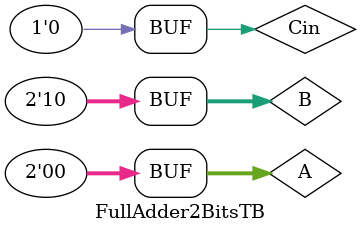
<source format=v>
`timescale 1ns / 1ps


module FullAdder2BitsTB(

    );
    
reg [1:0] A;
reg [1:0] B;
reg Cin;
wire Cout;
wire [1:0] S;

FullAdderDef u1 (.A(A), .B(B), .Cin(Cin), .Cout(Cout), .S(S));

initial begin
//00000
B = 2'b00;
A = 2'b00;
Cin = 1'b0;

#5
//00001
B = 2'b01;
A = 2'b00;
Cin = 1'b0;

#5
//00010
B = 2'b10;
A = 2'b00;
Cin = 1'b0;

#5
//00011
B = 2'b11;
A = 2'b00;
Cin = 1'b0;

#5
//00100
B = 2'b00;
A = 2'b01;
Cin = 1'b0;

#5
//00101
B = 2'b01;
A = 2'b01;
Cin = 1'b0;

#5
//00110
B = 2'b10;
A = 2'b01;
Cin = 1'b0;

#5
//00111
B = 2'b11;
A = 2'b01;
Cin = 1'b0;

#5
//01000
B = 2'b00;
A = 2'b10;
Cin = 1'b0;

#5
//01001
B = 2'b01;
A = 2'b10;
Cin = 1'b0;

#5
//01010
B = 2'b10;
A = 2'b10;
Cin = 1'b0;

#5
//01011
B = 2'b11;
A = 2'b10;
Cin = 1'b0;

#5
//01100
B = 2'b00;
A = 2'b11;
Cin = 1'b0;

#5
//01101
B = 2'b01;
A = 2'b11;
Cin = 1'b0;

#5
//01110
B = 2'b10;
A = 2'b11;
Cin = 1'b0;

#5
//01111
B = 2'b11;
A = 2'b11;
Cin = 1'b0;

#5
//00000
B = 2'b10;
A = 2'b00;
Cin = 1'b0;

end
endmodule

</source>
